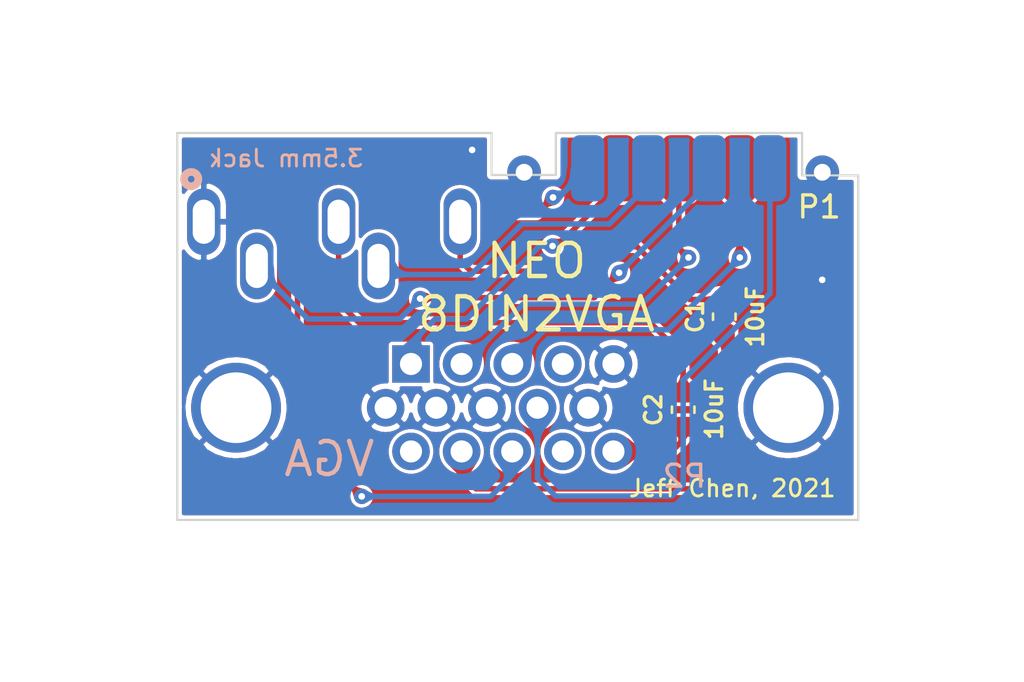
<source format=kicad_pcb>
(kicad_pcb (version 20171130) (host pcbnew "(5.1.10-1-10_14)")
  (title_block (rev 1))
  (layers (0 Front signal) (31 Back signal) (34 B.Paste user) (35 F.Paste user) (36 B.SilkS user) (37 F.SilkS user) (38 B.Mask user) (39 F.Mask user) (44 Edge.Cuts user))
  (net 0 "")
  (net 1 "Net-(C1-Pad1)")
  (net 2 /Audio_L_To_VGA)
  (net 3 "Net-(C2-Pad1)")
  (net 4 /Audio_R_To_Jack)
  (net 5 /Audio_L_To_Jack)
  (net 6 GND)
  (net 7 /Red)
  (net 8 /Green)
  (net 9 /Blue)
  (net 10 /Audio_R_To_VGA)
  (net 11 /+5V)
  (net 12 /Sync)
  (module 8DIN2VGA_New:Landing_Pads_On_Main_PCB (layer Front) (at 140.032928 99.89)
    (fp_text reference P1 (at 13.637072 -5.402) (layer F.SilkS))
    (fp_text value Landing_On_Main)
    (pad 4 thru_hole circle (at 0.29 -6.97) (size 1.524 1.524) (drill 0.762) (layers *.Cu *.Mask) (net 6 GND))
    (pad 4 thru_hole circle (at 13.78 -6.97) (size 1.524 1.524) (drill 0.762) (layers *.Cu *.Mask) (net 6 GND))
    (pad 5 smd roundrect (at 11.41 -7.15) (size 1.5 3) (layers Back B.Paste B.Mask) (net 11 /+5V))
    (pad 3 smd roundrect (at 3.17 -7.15) (size 1.5 3) (layers Back B.Paste B.Mask) (net 12 /Sync))
    (pad 2 smd roundrect (at 8.67 -7.15) (size 1.5 3) (layers Back B.Paste B.Mask) (net 5 /Audio_L_To_Jack))
    (pad 1 smd roundrect (at 5.93 -7.15) (size 1.5 3) (layers Back B.Paste B.Mask) (net 4 /Audio_R_To_Jack))
    (pad 6 smd roundrect (at 10.04 -7.15) (size 1.5 3) (layers Front F.Paste F.Mask) (net 9 /Blue))
    (pad 8 smd roundrect (at 4.54 -7.15) (size 1.5 3) (layers Front F.Paste F.Mask) (net 7 /Red))
    (pad 7 smd roundrect (at 7.29 -7.15) (size 1.5 3) (layers Front F.Paste F.Mask) (net 8 /Green))
  )
  (module Capacitor_SMD:C_0603_1608Metric (layer Front) (at 149.38 99.46 270)
    (fp_text reference C1 (at 0 1.32 90) (layer F.SilkS) (effects (font (size 0.75 0.75))))
    (fp_text value 10uF (at 0 -1.4 90) (layer F.SilkS) (effects (font (size 0.75 0.75))))
    (fp_line (start -0.14058 -0.51) (end 0.14058 -0.51) (layer F.SilkS) (width 0.12))
    (fp_line (start -0.14058 0.51) (end 0.14058 0.51) (layer F.SilkS) (width 0.12))
    (pad 2 smd roundrect (at 0.775 0 270) (size 0.9 0.95) (layers Front F.Paste F.Mask) (net 2 /Audio_L_To_VGA))
    (pad 1 smd roundrect (at -0.775 0 270) (size 0.9 0.95) (layers Front F.Paste F.Mask) (net 1 "Net-(C1-Pad1)"))
  )
  (module Capacitor_SMD:C_0603_1608Metric (layer Front) (at 147.52 103.67 270)
    (fp_text reference C2 (at 0 1.35 90) (layer F.SilkS) (effects (font (size 0.75 0.75))))
    (fp_text value 10uF (at -0.03 -1.4 90) (layer F.SilkS) (effects (font (size 0.75 0.75))))
    (fp_line (start -0.14058 -0.51) (end 0.14058 -0.51) (layer F.SilkS) (width 0.12))
    (fp_line (start -0.14058 0.51) (end 0.14058 0.51) (layer F.SilkS) (width 0.12))
    (pad 2 smd roundrect (at 0.775 0 270) (size 0.9 0.95) (layers Front F.Paste F.Mask) (net 10 /Audio_R_To_VGA))
    (pad 1 smd roundrect (at -0.775 0 270) (size 0.9 0.95) (layers Front F.Paste F.Mask) (net 3 "Net-(C2-Pad1)"))
  )
  (module 8DIN2VGA_New:3.5mm_vertical (layer Back) (at 125.83 95.16)
    (fp_text reference J1)
    (fp_text value 3.5mm_vertical)
    (fp_circle (center -0.57 -1.93) (end -0.42 -1.93) (layer B.SilkS) (width 0.35))
    (pad 1 thru_hole oval (at 0 0) (size 1.508 3.016) (drill oval 1 2) (layers *.Cu *.Mask) (net 6 GND))
    (pad 2 thru_hole oval (at 2.4 2) (size 1.508 3.016) (drill oval 1 2) (layers *.Cu *.Mask) (net 5 /Audio_L_To_Jack))
    (pad 5 thru_hole oval (at 6.1 0) (size 1.508 3.016) (drill oval 1 2) (layers *.Cu *.Mask) (net 3 "Net-(C2-Pad1)"))
    (pad 3 thru_hole oval (at 7.9 2) (size 1.508 3.016) (drill oval 1 2) (layers *.Cu *.Mask) (net 4 /Audio_R_To_Jack))
    (pad 4 thru_hole oval (at 11.6 0) (size 1.508 3.016) (drill oval 1 2) (layers *.Cu *.Mask) (net 1 "Net-(C1-Pad1)"))
  )
  (module 8DIN2VGA_New:VGA_female_rightangle_slim (layer Back) (at 152.28 103.58 180)
    (fp_text reference P2 (at 4.706 -3.1) (layer B.SilkS) (effects (justify mirror)))
    (fp_text value VGA)
    (pad 15 thru_hole circle (at 7.915 -1.98) (size 1.7 1.7) (drill 1) (layers *.Cu *.Mask) (net 10 /Audio_R_To_VGA))
    (pad 14 thru_hole circle (at 10.205 -1.98) (size 1.7 1.7) (drill 1) (layers *.Cu *.Mask))
    (pad 13 thru_hole circle (at 12.495 -1.98) (size 1.7 1.7) (drill 1) (layers *.Cu *.Mask) (net 12 /Sync))
    (pad 12 thru_hole circle (at 14.785 -1.98) (size 1.7 1.7) (drill 1) (layers *.Cu *.Mask) (net 2 /Audio_L_To_VGA))
    (pad 11 thru_hole circle (at 17.075 -1.98) (size 1.7 1.7) (drill 1) (layers *.Cu *.Mask))
    (pad 10 thru_hole circle (at 9.06 0) (size 1.7 1.7) (drill 1) (layers *.Cu *.Mask) (net 6 GND))
    (pad 9 thru_hole circle (at 11.35 0) (size 1.7 1.7) (drill 1) (layers *.Cu *.Mask) (net 11 /+5V))
    (pad 8 thru_hole circle (at 13.64 0) (size 1.7 1.7) (drill 1) (layers *.Cu *.Mask) (net 6 GND))
    (pad 7 thru_hole circle (at 15.93 0) (size 1.7 1.7) (drill 1) (layers *.Cu *.Mask) (net 6 GND))
    (pad 6 thru_hole circle (at 18.22 0) (size 1.7 1.7) (drill 1) (layers *.Cu *.Mask) (net 6 GND))
    (pad 5 thru_hole circle (at 7.915 1.98) (size 1.7 1.7) (drill 1) (layers *.Cu *.Mask) (net 6 GND))
    (pad 4 thru_hole circle (at 10.205 1.98) (size 1.7 1.7) (drill 1) (layers *.Cu *.Mask))
    (pad 3 thru_hole circle (at 12.495 1.98) (size 1.7 1.7) (drill 1) (layers *.Cu *.Mask) (net 9 /Blue))
    (pad 2 thru_hole circle (at 14.785 1.98) (size 1.7 1.7) (drill 1) (layers *.Cu *.Mask) (net 8 /Green))
    (pad S1 thru_hole circle (at 0 0 180) (size 4.066 4.066) (drill 3.2) (layers *.Cu *.Mask) (net 6 GND))
    (pad S2 thru_hole circle (at 24.99 0 180) (size 4.066 4.066) (drill 3.2) (layers *.Cu *.Mask) (net 6 GND))
    (pad 1 thru_hole rect (at 17.075 1.98) (size 1.7 1.7) (drill 1) (layers *.Cu *.Mask) (net 7 /Red))
  )
  (gr_text "Jeff Chen, 2021" (at 149.74 107.23) (layer F.SilkS) (effects (font (size 0.762 0.762) (thickness 0.127))))
  (gr_text "NEO\n8DIN2VGA" (at 140.88 98.14) (layer F.SilkS) (effects (font (size 1.5 1.5) (thickness 0.2))))
  (gr_text "3.5mm Jack" (at 129.55 92.29) (layer B.SilkS) (effects (font (size 0.762 0.762) (thickness 0.127)) (justify mirror)))
  (gr_text VGA (at 131.51 105.9) (layer B.SilkS) (effects (font (size 1.5 1.5) (thickness 0.2)) (justify mirror)))
  (gr_line (start 124.63 91.14) (end 124.63 108.66) (layer Edge.Cuts) (width 0.1))
  (gr_line (start 138.85 91.14) (end 124.63 91.14) (layer Edge.Cuts) (width 0.1))
  (gr_line (start 138.85 93.04) (end 138.85 91.14) (layer Edge.Cuts) (width 0.1))
  (gr_line (start 141.76 93.04) (end 138.85 93.04) (layer Edge.Cuts) (width 0.1))
  (gr_line (start 141.76 91.14) (end 141.76 93.04) (layer Edge.Cuts) (width 0.1))
  (gr_line (start 152.9 91.14) (end 141.76 91.14) (layer Edge.Cuts) (width 0.1))
  (gr_line (start 152.9 93.06) (end 152.9 91.14) (layer Edge.Cuts) (width 0.1))
  (gr_line (start 155.44 93.06) (end 152.9 93.06) (layer Edge.Cuts) (width 0.1))
  (gr_line (start 155.44 108.66) (end 155.44 93.06) (layer Edge.Cuts) (width 0.1))
  (gr_line (start 124.63 108.66) (end 155.44 108.66) (layer Edge.Cuts) (width 0.1))
  (segment (start 147.82 98.68) (end 149.38 98.68) (width 0.25) (layer Front) (net 1))
  (segment (start 145.43 96.29) (end 147.82 98.68) (width 0.25) (layer Front) (net 1))
  (segment (start 142.71 97.4) (end 143.82 96.29) (width 0.25) (layer Front) (net 1))
  (segment (start 137.43 96.918) (end 137.912 97.4) (width 0.25) (layer Front) (net 1))
  (segment (start 143.82 96.29) (end 145.43 96.29) (width 0.25) (layer Front) (net 1))
  (segment (start 137.912 97.4) (end 142.71 97.4) (width 0.25) (layer Front) (net 1))
  (segment (start 137.43 95.16) (end 137.43 96.918) (width 0.25) (layer Front) (net 1))
  (segment (start 138.15 107.25) (end 137.5 106.6) (width 0.25) (layer Front) (net 2))
  (segment (start 147.96 107.25) (end 138.15 107.25) (width 0.25) (layer Front) (net 2))
  (segment (start 137.5 106.6) (end 137.5 105.56) (width 0.25) (layer Front) (net 2))
  (segment (start 149.38 105.83) (end 147.96 107.25) (width 0.25) (layer Front) (net 2))
  (segment (start 149.38 100.235) (end 149.38 105.83) (width 0.25) (layer Front) (net 2))
  (segment (start 147.52 101.22) (end 147.52 102.9) (width 0.25) (layer Front) (net 3))
  (segment (start 146.03 99.73) (end 147.52 101.22) (width 0.25) (layer Front) (net 3))
  (segment (start 132.85 99.73) (end 146.03 99.73) (width 0.25) (layer Front) (net 3))
  (segment (start 131.93 98.81) (end 132.85 99.73) (width 0.25) (layer Front) (net 3))
  (segment (start 131.93 95.16) (end 131.93 98.81) (width 0.25) (layer Front) (net 3))
  (segment (start 144.18 95.26) (end 140.22 95.26) (width 0.25) (layer Back) (net 4))
  (segment (start 140.22 95.26) (end 137.93 97.55) (width 0.25) (layer Back) (net 4))
  (segment (start 145.962928 93.477072) (end 144.18 95.26) (width 0.25) (layer Back) (net 4))
  (segment (start 137.93 97.55) (end 134.13 97.55) (width 0.25) (layer Back) (net 4))
  (segment (start 134.13 97.55) (end 133.72 97.14) (width 0.25) (layer Back) (net 4))
  (segment (start 145.962928 92.74) (end 145.962928 93.477072) (width 0.25) (layer Back) (net 4))
  (via (at 144.62 97.47) (size 0.7) (drill 0.3) (layers Front Back) (net 5))
  (segment (start 148.702928 93.387072) (end 144.62 97.47) (width 0.25) (layer Back) (net 5))
  (segment (start 148.702928 92.74) (end 148.702928 93.387072) (width 0.25) (layer Back) (net 5))
  (via (at 135.62 98.639998) (size 0.7) (drill 0.3) (layers Front Back) (net 5))
  (segment (start 134.699998 99.56) (end 135.62 98.639998) (width 0.25) (layer Back) (net 5))
  (segment (start 130.54 99.56) (end 134.699998 99.56) (width 0.25) (layer Back) (net 5))
  (segment (start 128.18 97.2) (end 130.54 99.56) (width 0.25) (layer Back) (net 5))
  (segment (start 143.49 98.6) (end 135.659998 98.6) (width 0.25) (layer Front) (net 5))
  (segment (start 135.659998 98.6) (end 135.62 98.639998) (width 0.25) (layer Front) (net 5))
  (segment (start 144.62 97.47) (end 143.49 98.6) (width 0.25) (layer Front) (net 5))
  (via (at 137.97 91.91) (size 0.7) (drill 0.3) (layers Front Back) (net 6))
  (segment (start 137.97 91.91) (end 137.97 92.95) (width 0.25) (layer Back) (net 6))
  (segment (start 137.97 92.95) (end 138.67 93.65) (width 0.25) (layer Back) (net 6))
  (segment (start 138.67 93.65) (end 139.54 93.65) (width 0.25) (layer Back) (net 6))
  (segment (start 139.92499 93.26501) (end 139.93 93.26501) (width 0.25) (layer Back) (net 6))
  (via (at 153.810002 97.79) (size 0.7) (drill 0.3) (layers Front Back) (net 6))
  (segment (start 153.79 93.26501) (end 153.810002 93.285012) (width 0.25) (layer Front) (net 6))
  (segment (start 153.810002 97.295026) (end 153.810002 97.79) (width 0.25) (layer Front) (net 6))
  (segment (start 139.58 93.65) (end 139.85499 93.37501) (width 0.25) (layer Back) (net 6))
  (segment (start 139.54 93.65) (end 139.58 93.65) (width 0.25) (layer Back) (net 6))
  (segment (start 139.85499 93.37501) (end 140.61 93.37501) (width 0.25) (layer Back) (net 6))
  (segment (start 153.810002 97.295026) (end 153.810002 93.39501) (width 0.25) (layer Front) (net 6))
  (via (at 141.61 96.26) (size 0.7) (drill 0.3) (layers Front Back) (net 7))
  (segment (start 144.572928 93.507072) (end 141.82 96.26) (width 0.25) (layer Front) (net 7))
  (segment (start 141.82 96.26) (end 141.61 96.26) (width 0.25) (layer Front) (net 7))
  (segment (start 144.572928 92.74) (end 144.572928 93.507072) (width 0.25) (layer Front) (net 7))
  (segment (start 137.71 99.57) (end 141.02 96.26) (width 0.25) (layer Back) (net 7))
  (segment (start 141.02 96.26) (end 141.61 96.26) (width 0.25) (layer Back) (net 7))
  (segment (start 135.21 100.65) (end 136.29 99.57) (width 0.25) (layer Back) (net 7))
  (segment (start 136.29 99.57) (end 137.71 99.57) (width 0.25) (layer Back) (net 7))
  (segment (start 135.21 101.6) (end 135.21 100.65) (width 0.25) (layer Back) (net 7))
  (segment (start 147.322928 92.74) (end 147.322928 96.342928) (width 0.25) (layer Front) (net 8))
  (via (at 147.76 96.78) (size 0.7) (drill 0.3) (layers Front Back) (net 8))
  (segment (start 147.322928 96.342928) (end 147.76 96.78) (width 0.25) (layer Front) (net 8))
  (segment (start 145.65 98.89) (end 147.76 96.78) (width 0.25) (layer Back) (net 8))
  (segment (start 140.28 98.89) (end 145.65 98.89) (width 0.25) (layer Back) (net 8))
  (segment (start 137.54 101.63) (end 140.28 98.89) (width 0.25) (layer Back) (net 8))
  (via (at 150.080002 96.78) (size 0.7) (drill 0.3) (layers Front Back) (net 9))
  (segment (start 150.072928 92.74) (end 150.072928 96.772926) (width 0.25) (layer Front) (net 9))
  (segment (start 150.072928 96.772926) (end 150.080002 96.78) (width 0.25) (layer Front) (net 9))
  (segment (start 150.080002 96.804999) (end 150.080002 96.78) (width 0.25) (layer Back) (net 9))
  (segment (start 146.835001 100.05) (end 150.080002 96.804999) (width 0.25) (layer Back) (net 9))
  (segment (start 141.25 100.05) (end 146.835001 100.05) (width 0.25) (layer Back) (net 9))
  (segment (start 139.79 101.51) (end 141.25 100.05) (width 0.25) (layer Back) (net 9))
  (segment (start 147.52 104.445) (end 147.52 105.04) (width 0.25) (layer Front) (net 10))
  (segment (start 147.52 105.04) (end 147 105.56) (width 0.25) (layer Front) (net 10))
  (segment (start 147 105.56) (end 144.37 105.56) (width 0.25) (layer Front) (net 10))
  (segment (start 140.93 106.76) (end 140.93 103.58) (width 0.25) (layer Back) (net 11))
  (segment (start 147.52 107.06) (end 147 107.58) (width 0.25) (layer Back) (net 11))
  (segment (start 141.75 107.58) (end 140.93 106.76) (width 0.25) (layer Back) (net 11))
  (segment (start 147.52 102.33) (end 147.52 107.06) (width 0.25) (layer Back) (net 11))
  (segment (start 151.442928 92.74) (end 151.442928 98.407072) (width 0.25) (layer Back) (net 11))
  (segment (start 147 107.58) (end 141.75 107.58) (width 0.25) (layer Back) (net 11))
  (segment (start 151.442928 98.407072) (end 147.52 102.33) (width 0.25) (layer Back) (net 11))
  (segment (start 143.202928 92.74) (end 143.202928 93.647072) (width 0.25) (layer Back) (net 12))
  (via (at 132.975 107.595) (size 0.7) (drill 0.3) (layers Front Back) (net 12))
  (segment (start 133.469974 107.595) (end 132.975 107.595) (width 0.25) (layer Back) (net 12))
  (segment (start 138.815 107.595) (end 133.469974 107.595) (width 0.25) (layer Back) (net 12))
  (segment (start 139.78 106.63) (end 138.815 107.595) (width 0.25) (layer Back) (net 12))
  (segment (start 139.78 105.56) (end 139.78 106.63) (width 0.25) (layer Back) (net 12))
  (via (at 141.63 94.06) (size 0.7) (drill 0.3) (layers Front Back) (net 12))
  (segment (start 143.202928 92.74) (end 141.882928 94.06) (width 0.25) (layer Back) (net 12))
  (segment (start 141.882928 94.06) (end 141.63 94.06) (width 0.25) (layer Back) (net 12))
  (segment (start 140.88 94.81) (end 141.63 94.06) (width 0.25) (layer Front) (net 12))
  (segment (start 139.62 94.81) (end 140.88 94.81) (width 0.25) (layer Front) (net 12))
  (segment (start 137.19 92.38) (end 139.62 94.81) (width 0.25) (layer Front) (net 12))
  (segment (start 132.975 107.595) (end 130.07 104.69) (width 0.25) (layer Front) (net 12))
  (segment (start 131.09 92.38) (end 137.19 92.38) (width 0.25) (layer Front) (net 12))
  (segment (start 130.07 104.69) (end 130.07 93.4) (width 0.25) (layer Front) (net 12))
  (segment (start 130.07 93.4) (end 131.09 92.38) (width 0.25) (layer Front) (net 12))
  (zone (net 6) (net_name GND) (layer Front) (connect_pads (clearance 0.16)) (min_thickness 0.16) (fill yes (arc_segments 32) (thermal_gap 0.25) (thermal_bridge_width 0.25))
    (polygon (pts (xy 159.49 112.69) (xy 116.61 112.69) (xy 116.61 85.12) (xy 159.49 85.12)))
  )
  (zone (net 6) (net_name GND) (layer Back) (connect_pads (clearance 0.16)) (min_thickness 0.16) (fill yes (arc_segments 32) (thermal_gap 0.25) (thermal_bridge_width 0.25))
    (polygon (pts (xy 162.94 116.01) (xy 120.87 116.01) (xy 120.87 88.51) (xy 162.94 88.51)))
  )
  (zone (net 1) (net_name "Net-(C1-Pad1)") (layer Front) (priority 16962) (connect_pads yes (clearance 0.16)) (min_thickness 0.0254) (fill yes (arc_segments 32) (thermal_gap 0.508) (thermal_bridge_width 0.508))
    (polygon (pts (xy 148.49 98.805) (xy 148.592061 98.809051) (xy 148.677149 98.820662) (xy 148.748867 98.839015) (xy 148.810819 98.863296) (xy 148.866609 98.892687) (xy 148.91984 98.926373) (xy 148.974117 98.963538) (xy 149.033044 99.003366) (xy 149.100224 99.04504) (xy 149.179261 99.087745) (xy 149.604985 98.687556) (xy 149.188465 98.277798) (xy 149.107873 98.31904) (xy 149.039413 98.359534) (xy 148.979432 98.398434) (xy 148.924274 98.434894) (xy 148.870286 98.468066) (xy 148.813814 98.497105) (xy 148.751203 98.521164) (xy 148.6788 98.539397) (xy 148.59295 98.550958) (xy 148.49 98.555)))
  )
  (zone (net 1) (net_name "Net-(C1-Pad1)") (layer Front) (priority 16962) (connect_pads yes (clearance 0.16)) (min_thickness 0.0254) (fill yes (arc_segments 32) (thermal_gap 0.508) (thermal_bridge_width 0.508))
    (polygon (pts (xy 137.555 96.664) (xy 137.563772 96.487131) (xy 137.58865 96.341717) (xy 137.627477 96.220905) (xy 137.678094 96.117846) (xy 137.738346 96.025689) (xy 137.806074 95.937583) (xy 137.879121 95.846678) (xy 137.955329 95.746122) (xy 138.032541 95.629067) (xy 138.1086 95.48866) (xy 137.43 94.783) (xy 136.7514 95.48866) (xy 136.827458 95.629067) (xy 136.90467 95.746122) (xy 136.980878 95.846678) (xy 137.053925 95.937583) (xy 137.121653 96.025689) (xy 137.181905 96.117846) (xy 137.232522 96.220905) (xy 137.271349 96.341717) (xy 137.296227 96.487131) (xy 137.305 96.664)))
  )
  (zone (net 2) (net_name /Audio_L_To_VGA) (layer Front) (priority 16962) (connect_pads yes (clearance 0.16)) (min_thickness 0.0254) (fill yes (arc_segments 32) (thermal_gap 0.508) (thermal_bridge_width 0.508))
    (polygon (pts (xy 138.055078 106.978302) (xy 137.963228 106.868226) (xy 137.911438 106.764262) (xy 137.894066 106.664521) (xy 137.905469 106.567114) (xy 137.940005 106.470153) (xy 137.992031 106.371749) (xy 138.055905 106.270015) (xy 138.125984 106.163062) (xy 138.196627 106.049002) (xy 138.262191 105.925946) (xy 137.492471 105.135008) (xy 136.89396 106.16104) (xy 137.014264 106.281615) (xy 137.116509 106.384597) (xy 137.205644 106.474818) (xy 137.286619 106.557112) (xy 137.364385 106.636313) (xy 137.44389 106.717253) (xy 137.530084 106.804766) (xy 137.627918 106.903686) (xy 137.74234 107.018845) (xy 137.878302 107.155078)))
  )
  (zone (net 2) (net_name /Audio_L_To_VGA) (layer Front) (priority 16962) (connect_pads yes (clearance 0.16)) (min_thickness 0.0254) (fill yes (arc_segments 32) (thermal_gap 0.508) (thermal_bridge_width 0.508))
    (polygon (pts (xy 149.505 101.125) (xy 149.509046 101.022496) (xy 149.520632 100.937029) (xy 149.538927 100.864971) (xy 149.563098 100.802692) (xy 149.592315 100.746563) (xy 149.625747 100.692955) (xy 149.662563 100.638239) (xy 149.701931 100.578785) (xy 149.74302 100.510965) (xy 149.785 100.43115) (xy 149.38 100.01) (xy 148.975 100.43115) (xy 149.016979 100.510965) (xy 149.058068 100.578785) (xy 149.097436 100.638239) (xy 149.134252 100.692955) (xy 149.167684 100.746563) (xy 149.196901 100.802692) (xy 149.221072 100.864971) (xy 149.239367 100.937029) (xy 149.250953 101.022496) (xy 149.255 101.125)))
  )
  (zone (net 3) (net_name "Net-(C2-Pad1)") (layer Front) (priority 16962) (connect_pads yes (clearance 0.16)) (min_thickness 0.0254) (fill yes (arc_segments 32) (thermal_gap 0.508) (thermal_bridge_width 0.508))
    (polygon (pts (xy 147.395 102.01) (xy 147.390929 102.111849) (xy 147.379283 102.196733) (xy 147.360908 102.268266) (xy 147.33665 102.330063) (xy 147.307357 102.385741) (xy 147.273876 102.438913) (xy 147.237052 102.493194) (xy 147.197734 102.552201) (xy 147.156767 102.619548) (xy 147.115 102.69885) (xy 147.52 103.12) (xy 147.925 102.69885) (xy 147.883232 102.619548) (xy 147.842265 102.552201) (xy 147.802947 102.493194) (xy 147.766123 102.438913) (xy 147.732642 102.385741) (xy 147.703349 102.330063) (xy 147.679091 102.268266) (xy 147.660716 102.196733) (xy 147.64907 102.111849) (xy 147.645 102.01)))
  )
  (zone (net 3) (net_name "Net-(C2-Pad1)") (layer Front) (priority 16962) (connect_pads yes (clearance 0.16)) (min_thickness 0.0254) (fill yes (arc_segments 32) (thermal_gap 0.508) (thermal_bridge_width 0.508))
    (polygon (pts (xy 132.055 96.664) (xy 132.063772 96.487131) (xy 132.08865 96.341717) (xy 132.127477 96.220905) (xy 132.178094 96.117846) (xy 132.238346 96.025689) (xy 132.306074 95.937583) (xy 132.379121 95.846678) (xy 132.455329 95.746122) (xy 132.532541 95.629067) (xy 132.6086 95.48866) (xy 131.93 94.783) (xy 131.2514 95.48866) (xy 131.327458 95.629067) (xy 131.40467 95.746122) (xy 131.480878 95.846678) (xy 131.553925 95.937583) (xy 131.621653 96.025689) (xy 131.681905 96.117846) (xy 131.732522 96.220905) (xy 131.771349 96.341717) (xy 131.796227 96.487131) (xy 131.805 96.664)))
  )
  (zone (net 4) (net_name /Audio_R_To_Jack) (layer Back) (priority 16962) (connect_pads yes (clearance 0.16)) (min_thickness 0.0254) (fill yes (arc_segments 32) (thermal_gap 0.508) (thermal_bridge_width 0.508))
    (polygon (pts (xy 145.506845 94.109932) (xy 145.634871 93.986016) (xy 145.746605 93.88544) (xy 145.845707 93.80278) (xy 145.935838 93.732615) (xy 146.02066 93.669522) (xy 146.103833 93.608077) (xy 146.189018 93.542858) (xy 146.279877 93.468442) (xy 146.38007 93.379407) (xy 146.493258 93.27033) (xy 145.969986 92.365067) (xy 145.281895 93.054154) (xy 145.331073 93.155831) (xy 145.379086 93.250752) (xy 145.422675 93.340303) (xy 145.458579 93.425869) (xy 145.483538 93.508835) (xy 145.494293 93.590586) (xy 145.487584 93.672509) (xy 145.460149 93.755988) (xy 145.408731 93.842408) (xy 145.330068 93.933155)))
  )
  (zone (net 4) (net_name /Audio_R_To_Jack) (layer Back) (priority 16962) (connect_pads yes (clearance 0.16)) (min_thickness 0.0254) (fill yes (arc_segments 32) (thermal_gap 0.508) (thermal_bridge_width 0.508))
    (polygon (pts (xy 135.134 97.425) (xy 134.994127 97.416243) (xy 134.879986 97.390854) (xy 134.787141 97.350151) (xy 134.711156 97.295452) (xy 134.647597 97.228076) (xy 134.592028 97.149342) (xy 134.540016 97.060568) (xy 134.487123 96.963074) (xy 134.428917 96.858179) (xy 134.360961 96.7472) (xy 133.406726 96.966036) (xy 133.73 97.914) (xy 133.902382 97.907308) (xy 134.048321 97.889144) (xy 134.175068 97.862375) (xy 134.289874 97.829872) (xy 134.399989 97.7945) (xy 134.512665 97.759128) (xy 134.635153 97.726624) (xy 134.774704 97.699856) (xy 134.938569 97.681692) (xy 135.134 97.675)))
  )
  (zone (net 5) (net_name /Audio_L_To_Jack) (layer Back) (priority 16962) (connect_pads yes (clearance 0.16)) (min_thickness 0.0254) (fill yes (arc_segments 32) (thermal_gap 0.508) (thermal_bridge_width 0.508))
    (polygon (pts (xy 145.019515 96.893709) (xy 144.962277 96.947428) (xy 144.910455 96.989067) (xy 144.862501 97.020724) (xy 144.816867 97.044503) (xy 144.772006 97.062504) (xy 144.726372 97.076828) (xy 144.678415 97.089577) (xy 144.626589 97.102851) (xy 144.569346 97.118754) (xy 144.505139 97.139385) (xy 144.496257 97.593743) (xy 144.950615 97.584861) (xy 144.971245 97.520653) (xy 144.987148 97.46341) (xy 145.000422 97.411584) (xy 145.013171 97.363627) (xy 145.027495 97.317993) (xy 145.045496 97.273132) (xy 145.069275 97.227498) (xy 145.100932 97.179544) (xy 145.142571 97.127722) (xy 145.196291 97.070485)))
  )
  (zone (net 5) (net_name /Audio_L_To_Jack) (layer Back) (priority 16962) (connect_pads yes (clearance 0.16)) (min_thickness 0.0254) (fill yes (arc_segments 32) (thermal_gap 0.508) (thermal_bridge_width 0.508))
    (polygon (pts (xy 148.161993 94.104784) (xy 148.297244 93.976163) (xy 148.417202 93.874203) (xy 148.525258 93.792669) (xy 148.624803 93.72533) (xy 148.719229 93.665952) (xy 148.811927 93.608303) (xy 148.906287 93.546149) (xy 149.005702 93.473257) (xy 149.113561 93.383395) (xy 149.233258 93.27033) (xy 148.752253 92.368259) (xy 147.990792 92.97529) (xy 148.031688 93.089594) (xy 148.073049 93.194882) (xy 148.111247 93.292948) (xy 148.142653 93.385588) (xy 148.163636 93.474597) (xy 148.17057 93.56177) (xy 148.159823 93.648902) (xy 148.127768 93.737788) (xy 148.070775 93.830225) (xy 147.985216 93.928007)))
  )
  (zone (net 5) (net_name /Audio_L_To_Jack) (layer Back) (priority 16962) (connect_pads yes (clearance 0.16)) (min_thickness 0.0254) (fill yes (arc_segments 32) (thermal_gap 0.508) (thermal_bridge_width 0.508))
    (polygon (pts (xy 135.220485 99.216289) (xy 135.277722 99.162569) (xy 135.329544 99.12093) (xy 135.377498 99.089273) (xy 135.423132 99.065494) (xy 135.467993 99.047493) (xy 135.513627 99.033169) (xy 135.561584 99.02042) (xy 135.61341 99.007146) (xy 135.670653 98.991243) (xy 135.734861 98.970613) (xy 135.743743 98.516255) (xy 135.289385 98.525137) (xy 135.268754 98.589344) (xy 135.252851 98.646587) (xy 135.239577 98.698413) (xy 135.226828 98.74637) (xy 135.212504 98.792004) (xy 135.194503 98.836865) (xy 135.170724 98.882499) (xy 135.139067 98.930453) (xy 135.097428 98.982275) (xy 135.043709 99.039513)))
  )
  (zone (net 5) (net_name /Audio_L_To_Jack) (layer Back) (priority 16962) (connect_pads yes (clearance 0.16)) (min_thickness 0.0254) (fill yes (arc_segments 32) (thermal_gap 0.508) (thermal_bridge_width 0.508))
    (polygon (pts (xy 129.331876 98.1751) (xy 129.21718 98.047966) (xy 129.13572 97.931032) (xy 129.081498 97.821061) (xy 129.048515 97.714815) (xy 129.030775 97.609055) (xy 129.022278 97.500546) (xy 129.017026 97.386048) (xy 129.009021 97.262324) (xy 128.992265 97.126136) (xy 128.960761 96.974247) (xy 127.987146 96.871642) (xy 127.922671 97.848523) (xy 128.074467 97.907933) (xy 128.211085 97.947381) (xy 128.335838 97.973595) (xy 128.452037 97.993305) (xy 128.562995 98.013242) (xy 128.672024 98.040136) (xy 128.782437 98.080716) (xy 128.897546 98.141713) (xy 129.020663 98.229856) (xy 129.1551 98.351876)))
  )
  (zone (net 5) (net_name /Audio_L_To_Jack) (layer Front) (priority 16962) (connect_pads yes (clearance 0.16)) (min_thickness 0.0254) (fill yes (arc_segments 32) (thermal_gap 0.508) (thermal_bridge_width 0.508))
    (polygon (pts (xy 136.319998 98.475) (xy 136.236406 98.472662) (xy 136.165897 98.465952) (xy 136.105662 98.455328) (xy 136.052892 98.441246) (xy 136.004781 98.424163) (xy 135.958519 98.404535) (xy 135.911299 98.382819) (xy 135.860312 98.359473) (xy 135.802752 98.334951) (xy 135.735809 98.309713) (xy 135.446132 98.659867) (xy 135.80734 98.935638) (xy 135.862245 98.899302) (xy 135.909957 98.865632) (xy 135.952869 98.834901) (xy 135.993377 98.807382) (xy 136.033873 98.783347) (xy 136.076754 98.76307) (xy 136.124412 98.746824) (xy 136.179242 98.734881) (xy 136.243639 98.727515) (xy 136.319998 98.725)))
  )
  (zone (net 5) (net_name /Audio_L_To_Jack) (layer Front) (priority 16962) (connect_pads yes (clearance 0.16)) (min_thickness 0.0254) (fill yes (arc_segments 32) (thermal_gap 0.508) (thermal_bridge_width 0.508))
    (polygon (pts (xy 144.220485 98.046291) (xy 144.277722 97.992571) (xy 144.329544 97.950932) (xy 144.377498 97.919275) (xy 144.423132 97.895496) (xy 144.467993 97.877495) (xy 144.513627 97.863171) (xy 144.561584 97.850422) (xy 144.61341 97.837148) (xy 144.670653 97.821245) (xy 144.734861 97.800615) (xy 144.743743 97.346257) (xy 144.289385 97.355139) (xy 144.268754 97.419346) (xy 144.252851 97.476589) (xy 144.239577 97.528415) (xy 144.226828 97.576372) (xy 144.212504 97.622006) (xy 144.194503 97.666867) (xy 144.170724 97.712501) (xy 144.139067 97.760455) (xy 144.097428 97.812277) (xy 144.043709 97.869515)))
  )
  (zone (net 7) (net_name /Red) (layer Front) (priority 16962) (connect_pads yes (clearance 0.16)) (min_thickness 0.0254) (fill yes (arc_segments 32) (thermal_gap 0.508) (thermal_bridge_width 0.508))
    (polygon (pts (xy 142.099307 95.803917) (xy 142.051825 95.847545) (xy 142.007611 95.880376) (xy 141.965616 95.903721) (xy 141.924788 95.918895) (xy 141.88408 95.927208) (xy 141.842442 95.929974) (xy 141.798825 95.928505) (xy 141.752179 95.924114) (xy 141.701454 95.918113) (xy 141.645603 95.911816) (xy 141.445558 96.319863) (xy 141.861111 96.503809) (xy 141.914078 96.446383) (xy 141.957018 96.394395) (xy 141.992734 96.346232) (xy 142.024031 96.30028) (xy 142.053714 96.254927) (xy 142.084588 96.20856) (xy 142.119457 96.159565) (xy 142.161126 96.106331) (xy 142.2124 96.047245) (xy 142.276083 95.980693)))
  )
  (zone (net 7) (net_name /Red) (layer Front) (priority 16962) (connect_pads yes (clearance 0.16)) (min_thickness 0.0254) (fill yes (arc_segments 32) (thermal_gap 0.508) (thermal_bridge_width 0.508))
    (polygon (pts (xy 144.143058 94.113718) (xy 144.269005 93.991041) (xy 144.378254 93.89067) (xy 144.474573 93.807434) (xy 144.561729 93.736164) (xy 144.64349 93.671691) (xy 144.723625 93.608844) (xy 144.805902 93.542454) (xy 144.894087 93.467351) (xy 144.99195 93.378366) (xy 145.103258 93.27033) (xy 144.572928 92.365) (xy 143.897928 93.066917) (xy 143.948845 93.166925) (xy 143.99893 93.260486) (xy 144.044821 93.348932) (xy 144.083157 93.433599) (xy 144.110577 93.51582) (xy 144.123718 93.59693) (xy 144.119221 93.678263) (xy 144.093723 93.761153) (xy 144.043864 93.846935) (xy 143.966282 93.936942)))
  )
  (zone (net 7) (net_name /Red) (layer Back) (priority 16962) (connect_pads yes (clearance 0.16)) (min_thickness 0.0254) (fill yes (arc_segments 32) (thermal_gap 0.508) (thermal_bridge_width 0.508))
    (polygon (pts (xy 141.030606 96.42617) (xy 141.076755 96.389255) (xy 141.119876 96.372291) (xy 141.160816 96.372113) (xy 141.200422 96.385556) (xy 141.239539 96.409455) (xy 141.279015 96.440644) (xy 141.319696 96.475958) (xy 141.362429 96.512232) (xy 141.408061 96.546301) (xy 141.457439 96.575) (xy 141.785 96.26) (xy 141.362513 96.012513) (xy 141.312916 96.054498) (xy 141.264324 96.082434) (xy 141.216252 96.100064) (xy 141.16822 96.111131) (xy 141.119744 96.11938) (xy 141.070342 96.128555) (xy 141.019532 96.1424) (xy 140.966832 96.164659) (xy 140.911758 96.199075) (xy 140.85383 96.249394)))
  )
  (zone (net 7) (net_name /Red) (layer Back) (priority 16962) (connect_pads yes (clearance 0.16)) (min_thickness 0.0254) (fill yes (arc_segments 32) (thermal_gap 0.508) (thermal_bridge_width 0.508))
    (polygon (pts (xy 135.651941 100.031282) (xy 135.512069 100.168905) (xy 135.392032 100.282839) (xy 135.287314 100.378562) (xy 135.193401 100.461554) (xy 135.105777 100.537293) (xy 135.019927 100.611258) (xy 134.931336 100.688929) (xy 134.835487 100.775783) (xy 134.727867 100.8773) (xy 134.60396 100.99896) (xy 135.202471 102.024992) (xy 135.972191 101.234054) (xy 135.910447 101.114926) (xy 135.846512 101.004031) (xy 135.785159 100.899658) (xy 135.731157 100.800098) (xy 135.689278 100.703642) (xy 135.664294 100.608578) (xy 135.660974 100.513197) (xy 135.684091 100.415791) (xy 135.738415 100.314648) (xy 135.828718 100.208059)))
  )
  (zone (net 8) (net_name /Green) (layer Front) (priority 16962) (connect_pads yes (clearance 0.16)) (min_thickness 0.0254) (fill yes (arc_segments 32) (thermal_gap 0.508) (thermal_bridge_width 0.508))
    (polygon (pts (xy 147.447928 94.23) (xy 147.456665 94.054871) (xy 147.481439 93.910928) (xy 147.520091 93.791377) (xy 147.570463 93.689426) (xy 147.630395 93.598282) (xy 147.69773 93.511152) (xy 147.770309 93.421243) (xy 147.845974 93.321763) (xy 147.922567 93.205918) (xy 147.997928 93.066917) (xy 147.322928 92.365) (xy 146.647928 93.066917) (xy 146.723288 93.205918) (xy 146.799881 93.321763) (xy 146.875546 93.421243) (xy 146.948125 93.511152) (xy 147.01546 93.598282) (xy 147.075392 93.689426) (xy 147.125764 93.791377) (xy 147.164416 93.910928) (xy 147.18919 94.054871) (xy 147.197928 94.23)))
  )
  (zone (net 8) (net_name /Green) (layer Front) (priority 16962) (connect_pads yes (clearance 0.16)) (min_thickness 0.0254) (fill yes (arc_segments 32) (thermal_gap 0.508) (thermal_bridge_width 0.508))
    (polygon (pts (xy 147.197928 96.261042) (xy 147.203866 96.337296) (xy 147.219983 96.399928) (xy 147.243735 96.452015) (xy 147.272577 96.496637) (xy 147.303964 96.536872) (xy 147.335351 96.575799) (xy 147.364193 96.616496) (xy 147.387945 96.662043) (xy 147.404062 96.715518) (xy 147.410001 96.78) (xy 147.883743 96.903743) (xy 147.874861 96.449385) (xy 147.817682 96.434699) (xy 147.758993 96.427367) (xy 147.700568 96.424285) (xy 147.644181 96.422351) (xy 147.591603 96.41846) (xy 147.544608 96.409509) (xy 147.50497 96.392396) (xy 147.474462 96.364015) (xy 147.454857 96.321265) (xy 147.447928 96.261042)))
  )
  (zone (net 8) (net_name /Green) (layer Back) (priority 16962) (connect_pads yes (clearance 0.16)) (min_thickness 0.0254) (fill yes (arc_segments 32) (thermal_gap 0.508) (thermal_bridge_width 0.508))
    (polygon (pts (xy 147.360485 97.356291) (xy 147.417722 97.302571) (xy 147.469544 97.260932) (xy 147.517498 97.229275) (xy 147.563132 97.205496) (xy 147.607993 97.187495) (xy 147.653627 97.173171) (xy 147.701584 97.160422) (xy 147.75341 97.147148) (xy 147.810653 97.131245) (xy 147.874861 97.110615) (xy 147.883743 96.656257) (xy 147.429385 96.665139) (xy 147.408754 96.729346) (xy 147.392851 96.786589) (xy 147.379577 96.838415) (xy 147.366828 96.886372) (xy 147.352504 96.932006) (xy 147.334503 96.976867) (xy 147.310724 97.022501) (xy 147.279067 97.070455) (xy 147.237428 97.122277) (xy 147.183709 97.179515)))
  )
  (zone (net 8) (net_name /Green) (layer Back) (priority 16962) (connect_pads yes (clearance 0.16)) (min_thickness 0.0254) (fill yes (arc_segments 32) (thermal_gap 0.508) (thermal_bridge_width 0.508))
    (polygon (pts (xy 138.646621 100.346602) (xy 138.500279 100.478446) (xy 138.365709 100.571768) (xy 138.23919 100.633648) (xy 138.117004 100.671167) (xy 137.995429 100.691407) (xy 137.870748 100.70145) (xy 137.739239 100.708376) (xy 137.597184 100.719268) (xy 137.440862 100.741207) (xy 137.266555 100.781274) (xy 137.176362 101.881237) (xy 138.27901 101.928371) (xy 138.342301 101.754352) (xy 138.383143 101.597837) (xy 138.409216 101.455056) (xy 138.428201 101.322238) (xy 138.447779 101.195611) (xy 138.47563 101.071406) (xy 138.519437 100.945851) (xy 138.58688 100.815175) (xy 138.68564 100.675608) (xy 138.823398 100.523379)))
  )
  (zone (net 9) (net_name /Blue) (layer Front) (priority 16962) (connect_pads yes (clearance 0.16)) (min_thickness 0.0254) (fill yes (arc_segments 32) (thermal_gap 0.508) (thermal_bridge_width 0.508))
    (polygon (pts (xy 149.947928 96.082926) (xy 149.945488 96.162981) (xy 149.938426 96.230456) (xy 149.92713 96.287988) (xy 149.911985 96.338215) (xy 149.893379 96.383775) (xy 149.871698 96.427305) (xy 149.847328 96.471444) (xy 149.820658 96.518829) (xy 149.792072 96.572098) (xy 149.761959 96.63389) (xy 150.083568 96.954963) (xy 150.391827 96.621052) (xy 150.359746 96.56142) (xy 150.329545 96.509918) (xy 150.301576 96.463981) (xy 150.276193 96.421046) (xy 150.253748 96.37855) (xy 150.234593 96.333928) (xy 150.219081 96.284619) (xy 150.207564 96.228057) (xy 150.200395 96.161681) (xy 150.197928 96.082926)))
  )
  (zone (net 9) (net_name /Blue) (layer Front) (priority 16962) (connect_pads yes (clearance 0.16)) (min_thickness 0.0254) (fill yes (arc_segments 32) (thermal_gap 0.508) (thermal_bridge_width 0.508))
    (polygon (pts (xy 150.197928 94.23) (xy 150.206665 94.054871) (xy 150.231439 93.910928) (xy 150.270091 93.791377) (xy 150.320463 93.689426) (xy 150.380395 93.598282) (xy 150.44773 93.511152) (xy 150.520309 93.421243) (xy 150.595974 93.321763) (xy 150.672567 93.205918) (xy 150.747928 93.066917) (xy 150.072928 92.365) (xy 149.397928 93.066917) (xy 149.473288 93.205918) (xy 149.549881 93.321763) (xy 149.625546 93.421243) (xy 149.698125 93.511152) (xy 149.76546 93.598282) (xy 149.825392 93.689426) (xy 149.875764 93.791377) (xy 149.914416 93.910928) (xy 149.93919 94.054871) (xy 149.947928 94.23)))
  )
  (zone (net 9) (net_name /Blue) (layer Back) (priority 16962) (connect_pads yes (clearance 0.16)) (min_thickness 0.0254) (fill yes (arc_segments 32) (thermal_gap 0.508) (thermal_bridge_width 0.508))
    (polygon (pts (xy 149.680487 97.38129) (xy 149.740427 97.324684) (xy 149.794415 97.280348) (xy 149.844108 97.24609) (xy 149.891166 97.219722) (xy 149.937247 97.199052) (xy 149.984009 97.181892) (xy 150.033111 97.166051) (xy 150.086212 97.149339) (xy 150.144969 97.129566) (xy 150.211043 97.104543) (xy 150.197486 96.650299) (xy 149.74412 96.681599) (xy 149.726281 96.747414) (xy 149.712417 96.805996) (xy 149.70052 96.858931) (xy 149.688584 96.907804) (xy 149.674601 96.954201) (xy 149.656562 96.999705) (xy 149.632462 97.045904) (xy 149.600291 97.094381) (xy 149.558043 97.146722) (xy 149.503711 97.204514)))
  )
  (zone (net 9) (net_name /Blue) (layer Back) (priority 16962) (connect_pads yes (clearance 0.16)) (min_thickness 0.0254) (fill yes (arc_segments 32) (thermal_gap 0.508) (thermal_bridge_width 0.508))
    (polygon (pts (xy 140.861266 100.261957) (xy 140.708091 100.400721) (xy 140.567739 100.500451) (xy 140.43641 100.568859) (xy 140.310303 100.613659) (xy 140.18562 100.642561) (xy 140.058561 100.663279) (xy 139.925327 100.683525) (xy 139.782116 100.711011) (xy 139.625131 100.75345) (xy 139.450572 100.818554) (xy 139.506237 101.920804) (xy 140.605469 101.822103) (xy 140.644365 101.647147) (xy 140.665452 101.4903) (xy 140.675771 101.347822) (xy 140.682364 101.215973) (xy 140.692274 101.091016) (xy 140.712542 100.969212) (xy 140.750211 100.84682) (xy 140.812322 100.720102) (xy 140.905919 100.58532) (xy 141.038043 100.438734)))
  )
  (zone (net 10) (net_name /Audio_R_To_VGA) (layer Front) (priority 16962) (connect_pads yes (clearance 0.16)) (min_thickness 0.0254) (fill yes (arc_segments 32) (thermal_gap 0.508) (thermal_bridge_width 0.508))
    (polygon (pts (xy 147.392721 105.344055) (xy 147.462064 105.270921) (xy 147.517026 105.205669) (xy 147.560935 105.146597) (xy 147.597117 105.092004) (xy 147.628897 105.040188) (xy 147.659602 104.989447) (xy 147.692558 104.938079) (xy 147.731092 104.884382) (xy 147.77853 104.826656) (xy 147.838198 104.763198) (xy 147.52 104.22) (xy 147.115 104.64115) (xy 147.147384 104.701237) (xy 147.182308 104.757439) (xy 147.216963 104.81059) (xy 147.248537 104.861522) (xy 147.274222 104.911072) (xy 147.291206 104.960074) (xy 147.296681 105.009361) (xy 147.287836 105.059767) (xy 147.26186 105.112129) (xy 147.215945 105.167279)))
  )
  (zone (net 10) (net_name /Audio_R_To_VGA) (layer Front) (priority 16962) (connect_pads yes (clearance 0.16)) (min_thickness 0.0254) (fill yes (arc_segments 32) (thermal_gap 0.508) (thermal_bridge_width 0.508))
    (polygon (pts (xy 146.06 105.435) (xy 145.859963 105.424721) (xy 145.695915 105.395609) (xy 145.559992 105.350249) (xy 145.444331 105.291227) (xy 145.341068 105.221129) (xy 145.24234 105.142541) (xy 145.140283 105.058048) (xy 145.027034 104.970236) (xy 144.894729 104.881691) (xy 144.735506 104.795) (xy 143.94 105.56) (xy 144.735506 106.325) (xy 144.894729 106.238308) (xy 145.027034 106.149763) (xy 145.140283 106.061951) (xy 145.24234 105.977458) (xy 145.341068 105.89887) (xy 145.444331 105.828772) (xy 145.559992 105.76975) (xy 145.695915 105.72439) (xy 145.859963 105.695278) (xy 146.06 105.685)))
  )
  (zone (net 11) (net_name /+5V) (layer Back) (priority 16962) (connect_pads yes (clearance 0.16)) (min_thickness 0.0254) (fill yes (arc_segments 32) (thermal_gap 0.508) (thermal_bridge_width 0.508))
    (polygon (pts (xy 141.055 105.27) (xy 141.065302 105.070601) (xy 141.094473 104.907127) (xy 141.139914 104.771726) (xy 141.199021 104.656548) (xy 141.269195 104.553741) (xy 141.347832 104.455455) (xy 141.432333 104.35384) (xy 141.520095 104.241043) (xy 141.608518 104.109216) (xy 141.695 103.950506) (xy 140.93 103.155) (xy 140.165 103.950506) (xy 140.251481 104.109216) (xy 140.339904 104.241043) (xy 140.427666 104.35384) (xy 140.512167 104.455455) (xy 140.590804 104.553741) (xy 140.660978 104.656548) (xy 140.720085 104.771726) (xy 140.765526 104.907127) (xy 140.794697 105.070601) (xy 140.805 105.27)))
  )
  (zone (net 11) (net_name /+5V) (layer Back) (priority 16962) (connect_pads yes (clearance 0.16)) (min_thickness 0.0254) (fill yes (arc_segments 32) (thermal_gap 0.508) (thermal_bridge_width 0.508))
    (polygon (pts (xy 151.567928 94.23) (xy 151.576665 94.054871) (xy 151.601439 93.910928) (xy 151.640091 93.791377) (xy 151.690463 93.689426) (xy 151.750395 93.598282) (xy 151.81773 93.511152) (xy 151.890309 93.421243) (xy 151.965974 93.321763) (xy 152.042567 93.205918) (xy 152.117928 93.066917) (xy 151.442928 92.365) (xy 150.767928 93.066917) (xy 150.843288 93.205918) (xy 150.919881 93.321763) (xy 150.995546 93.421243) (xy 151.068125 93.511152) (xy 151.13546 93.598282) (xy 151.195392 93.689426) (xy 151.245764 93.791377) (xy 151.284416 93.910928) (xy 151.30919 94.054871) (xy 151.317928 94.23)))
  )
  (zone (net 12) (net_name /Sync) (layer Back) (priority 16962) (connect_pads yes (clearance 0.16)) (min_thickness 0.0254) (fill yes (arc_segments 32) (thermal_gap 0.508) (thermal_bridge_width 0.508))
    (polygon (pts (xy 143.327928 93.637072) (xy 143.330636 93.605382) (xy 143.338069 93.57619) (xy 143.34919 93.549647) (xy 143.36296 93.525901) (xy 143.378343 93.5051) (xy 143.394299 93.487394) (xy 143.409792 93.472932) (xy 143.423784 93.461863) (xy 143.435237 93.454336) (xy 143.443114 93.4505) (xy 143.202928 92.365) (xy 142.962742 93.4505) (xy 142.970618 93.454336) (xy 142.982071 93.461863) (xy 142.996063 93.472932) (xy 143.011556 93.487394) (xy 143.027512 93.5051) (xy 143.042895 93.525901) (xy 143.056665 93.549647) (xy 143.067786 93.57619) (xy 143.075219 93.605382) (xy 143.077928 93.637072)))
  )
  (zone (net 12) (net_name /Sync) (layer Back) (priority 16962) (connect_pads yes (clearance 0.16)) (min_thickness 0.0254) (fill yes (arc_segments 32) (thermal_gap 0.508) (thermal_bridge_width 0.508))
    (polygon (pts (xy 133.675 107.47) (xy 133.595211 107.467559) (xy 133.527946 107.460478) (xy 133.470597 107.449116) (xy 133.420552 107.433834) (xy 133.375204 107.414992) (xy 133.331941 107.392951) (xy 133.288155 107.368071) (xy 133.241236 107.340712) (xy 133.188574 107.311235) (xy 133.127561 107.28) (xy 132.8 107.595) (xy 133.127561 107.91) (xy 133.188574 107.878764) (xy 133.241236 107.849287) (xy 133.288155 107.821928) (xy 133.331941 107.797048) (xy 133.375204 107.775007) (xy 133.420552 107.756165) (xy 133.470597 107.740883) (xy 133.527946 107.729521) (xy 133.595211 107.72244) (xy 133.675 107.72)))
  )
  (zone (net 12) (net_name /Sync) (layer Back) (priority 16962) (connect_pads yes (clearance 0.16)) (min_thickness 0.0254) (fill yes (arc_segments 32) (thermal_gap 0.508) (thermal_bridge_width 0.508))
    (polygon (pts (xy 139.422912 107.163865) (xy 139.557618 107.028046) (xy 139.670187 106.91246) (xy 139.76572 106.812481) (xy 139.84932 106.723482) (xy 139.926089 106.640839) (xy 140.001128 106.559924) (xy 140.079541 106.476113) (xy 140.166429 106.384779) (xy 140.266894 106.281296) (xy 140.38604 106.16104) (xy 139.787529 105.135008) (xy 139.017809 105.925946) (xy 139.084684 106.050372) (xy 139.157598 106.16551) (xy 139.230617 106.273316) (xy 139.297805 106.375747) (xy 139.353227 106.474762) (xy 139.390949 106.572317) (xy 139.405036 106.67037) (xy 139.389552 106.770878) (xy 139.338563 106.875798) (xy 139.246135 106.987088)))
  )
  (zone (net 12) (net_name /Sync) (layer Back) (priority 16962) (connect_pads yes (clearance 0.16)) (min_thickness 0.0254) (fill yes (arc_segments 32) (thermal_gap 0.508) (thermal_bridge_width 0.508))
    (polygon (pts (xy 142.13395 93.632202) (xy 142.088394 93.673809) (xy 142.045662 93.70488) (xy 142.004845 93.726599) (xy 141.965033 93.74015) (xy 141.925315 93.746721) (xy 141.88478 93.747495) (xy 141.84252 93.743658) (xy 141.797623 93.736395) (xy 141.74918 93.726892) (xy 141.696281 93.716334) (xy 141.460905 94.105073) (xy 141.877487 94.307487) (xy 141.931228 94.251917) (xy 141.975845 94.20234) (xy 142.013891 94.156983) (xy 142.04792 94.114078) (xy 142.080485 94.071853) (xy 142.114139 94.028539) (xy 142.151437 93.982365) (xy 142.194931 93.93156) (xy 142.247176 93.874354) (xy 142.310726 93.808978)))
  )
  (zone (net 12) (net_name /Sync) (layer Back) (priority 16962) (connect_pads yes (clearance 0.16)) (min_thickness 0.0254) (fill yes (arc_segments 32) (thermal_gap 0.508) (thermal_bridge_width 0.508))
    (polygon (pts (xy 142.237728 93.881977) (xy 142.36774 93.76432) (xy 142.487041 93.680055) (xy 142.598907 93.622851) (xy 142.706616 93.586379) (xy 142.813443 93.564309) (xy 142.922666 93.550311) (xy 143.037562 93.538058) (xy 143.161408 93.521218) (xy 143.297481 93.493462) (xy 143.449059 93.448462) (xy 143.468093 92.474835) (xy 142.494466 92.493869) (xy 142.449465 92.645446) (xy 142.421709 92.781519) (xy 142.404869 92.905365) (xy 142.392616 93.020261) (xy 142.378618 93.129484) (xy 142.356548 93.236311) (xy 142.320076 93.34402) (xy 142.262872 93.455886) (xy 142.178607 93.575187) (xy 142.060951 93.7052)))
  )
  (zone (net 12) (net_name /Sync) (layer Front) (priority 16962) (connect_pads yes (clearance 0.16)) (min_thickness 0.0254) (fill yes (arc_segments 32) (thermal_gap 0.508) (thermal_bridge_width 0.508))
    (polygon (pts (xy 141.230485 94.636291) (xy 141.287722 94.582571) (xy 141.339544 94.540932) (xy 141.387498 94.509275) (xy 141.433132 94.485496) (xy 141.477993 94.467495) (xy 141.523627 94.453171) (xy 141.571584 94.440422) (xy 141.62341 94.427148) (xy 141.680653 94.411245) (xy 141.744861 94.390615) (xy 141.753743 93.936257) (xy 141.299385 93.945139) (xy 141.278754 94.009346) (xy 141.262851 94.066589) (xy 141.249577 94.118415) (xy 141.236828 94.166372) (xy 141.222504 94.212006) (xy 141.204503 94.256867) (xy 141.180724 94.302501) (xy 141.149067 94.350455) (xy 141.107428 94.402277) (xy 141.053709 94.459515)))
  )
  (zone (net 12) (net_name /Sync) (layer Front) (priority 16962) (connect_pads yes (clearance 0.16)) (min_thickness 0.0254) (fill yes (arc_segments 32) (thermal_gap 0.508) (thermal_bridge_width 0.508))
    (polygon (pts (xy 132.398709 107.195485) (xy 132.452428 107.252722) (xy 132.494067 107.304544) (xy 132.525724 107.352498) (xy 132.549503 107.398132) (xy 132.567504 107.442993) (xy 132.581828 107.488627) (xy 132.594577 107.536584) (xy 132.607851 107.58841) (xy 132.623754 107.645653) (xy 132.644385 107.709861) (xy 133.098743 107.718743) (xy 133.089861 107.264385) (xy 133.025653 107.243754) (xy 132.96841 107.227851) (xy 132.916584 107.214577) (xy 132.868627 107.201828) (xy 132.822993 107.187504) (xy 132.778132 107.169503) (xy 132.732498 107.145724) (xy 132.684544 107.114067) (xy 132.632722 107.072428) (xy 132.575485 107.018709)))
  )
)
</source>
